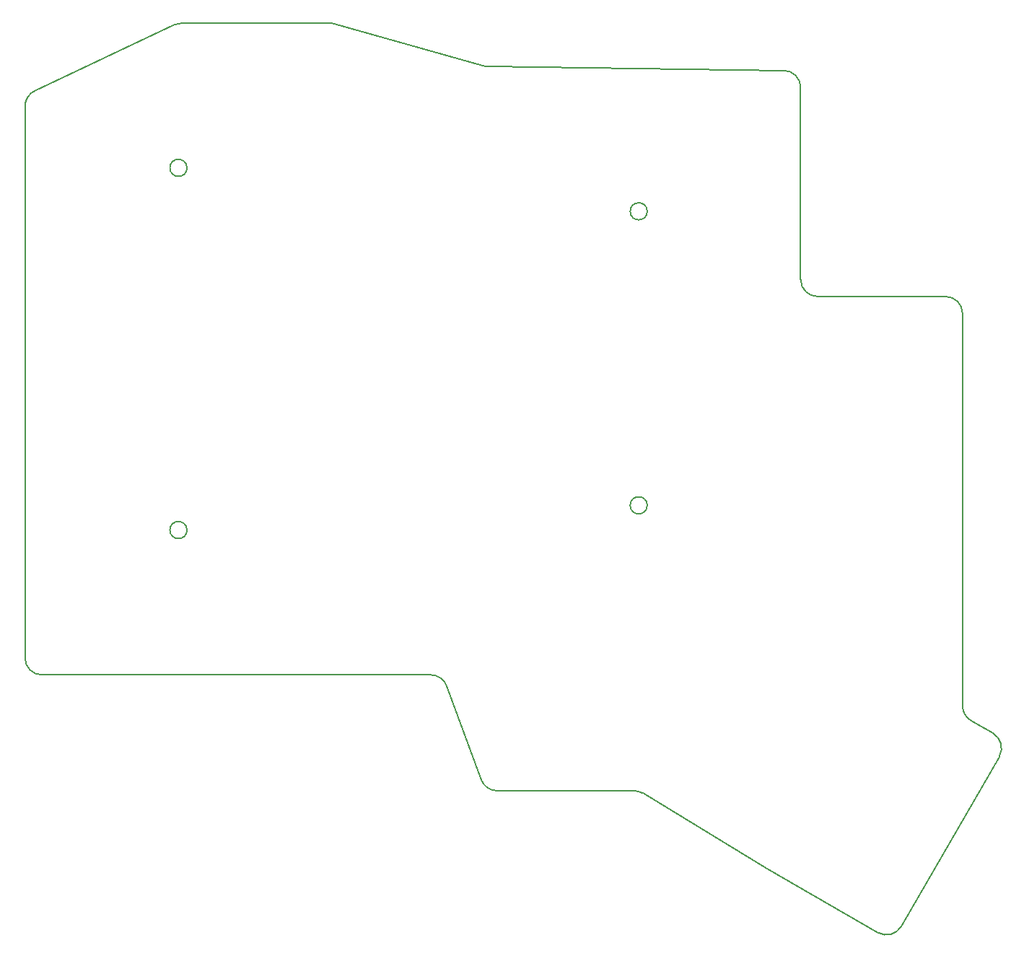
<source format=gbr>
%TF.GenerationSoftware,KiCad,Pcbnew,(6.0.0)*%
%TF.CreationDate,2022-02-05T12:05:09+01:00*%
%TF.ProjectId,samoklava2_pcb,73616d6f-6b6c-4617-9661-325f7063622e,v1.0.0*%
%TF.SameCoordinates,Original*%
%TF.FileFunction,Profile,NP*%
%FSLAX46Y46*%
G04 Gerber Fmt 4.6, Leading zero omitted, Abs format (unit mm)*
G04 Created by KiCad (PCBNEW (6.0.0)) date 2022-02-05 12:05:09*
%MOMM*%
%LPD*%
G01*
G04 APERTURE LIST*
%TA.AperFunction,Profile*%
%ADD10C,0.150000*%
%TD*%
G04 APERTURE END LIST*
D10*
X101000000Y33900000D02*
G75*
G03*
X99000000Y35900000I-1999999J1D01*
G01*
X101000000Y-12141090D02*
G75*
G03*
X102000000Y-13873141I2000000J0D01*
G01*
X-9000000Y-6500000D02*
G75*
G03*
X-7000000Y-8500000I1999999J-1D01*
G01*
X-9000000Y58232663D02*
X-9000000Y-6500000D01*
X8594465Y67808497D02*
X-7854013Y60041161D01*
X44745899Y62971995D02*
X27267341Y67924253D01*
X46395588Y-22100000D02*
X62441218Y-22100000D01*
X80027025Y62426662D02*
X45264080Y62896431D01*
X40481569Y-9809869D02*
X44518431Y-20790131D01*
X78060291Y-31227935D02*
G75*
G03*
X78096935Y-31249615I1031524J1701695D01*
G01*
X-7000000Y-8500000D02*
X38604412Y-8500000D01*
X27267341Y67924253D02*
G75*
G03*
X26722136Y68000000I-545201J-1924212D01*
G01*
X78096934Y-31249614D02*
X91068878Y-38738969D01*
X26722135Y68000000D02*
X9448477Y68000000D01*
X44518431Y-20790131D02*
G75*
G03*
X46395588Y-22100000I1877157J690130D01*
G01*
X10000000Y8500000D02*
G75*
G03*
X10000000Y8500000I-1000000J0D01*
G01*
X63477862Y-22389629D02*
X78060291Y-31227935D01*
X64000000Y11400000D02*
G75*
G03*
X64000000Y11400000I-1000000J0D01*
G01*
X40481569Y-9809869D02*
G75*
G03*
X38604412Y-8500000I-1877157J-690130D01*
G01*
X99000000Y35900000D02*
X84000000Y35900000D01*
X101000000Y-12141090D02*
X101000000Y33900000D01*
X9448477Y68000000D02*
G75*
G03*
X8594464Y67808497I2J-2000006D01*
G01*
X82000000Y37900000D02*
X82000000Y60426844D01*
X10000000Y51000000D02*
G75*
G03*
X10000000Y51000000I-1000000J0D01*
G01*
X-7854013Y60041161D02*
G75*
G03*
X-9000001Y58232663I854012J-1808497D01*
G01*
X93800928Y-38006919D02*
X105300929Y-18088334D01*
X63477862Y-22389629D02*
G75*
G03*
X62441218Y-22100000I-1036646J-1710378D01*
G01*
X64000000Y45900000D02*
G75*
G03*
X64000000Y45900000I-1000000J0D01*
G01*
X105300929Y-18088334D02*
G75*
G03*
X104568878Y-15356283I-1732051J1000000D01*
G01*
X102000000Y-13873141D02*
X104568878Y-15356284D01*
X44745899Y62971995D02*
G75*
G03*
X45264080Y62896431I545202J1924232D01*
G01*
X82000001Y60426844D02*
G75*
G03*
X80027025Y62426661I-2000001J-1D01*
G01*
X91068878Y-38738969D02*
G75*
G03*
X93800928Y-38006919I1000000J1732050D01*
G01*
X82000000Y37900000D02*
G75*
G03*
X84000000Y35900000I1999999J-1D01*
G01*
M02*

</source>
